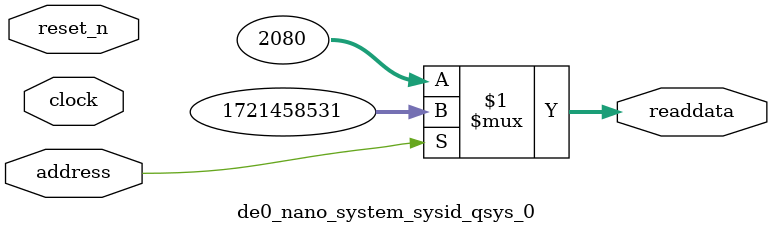
<source format=v>



// synthesis translate_off
`timescale 1ns / 1ps
// synthesis translate_on

// turn off superfluous verilog processor warnings 
// altera message_level Level1 
// altera message_off 10034 10035 10036 10037 10230 10240 10030 

module de0_nano_system_sysid_qsys_0 (
               // inputs:
                address,
                clock,
                reset_n,

               // outputs:
                readdata
             )
;

  output  [ 31: 0] readdata;
  input            address;
  input            clock;
  input            reset_n;

  wire    [ 31: 0] readdata;
  //control_slave, which is an e_avalon_slave
  assign readdata = address ? 1721458531 : 2080;

endmodule



</source>
